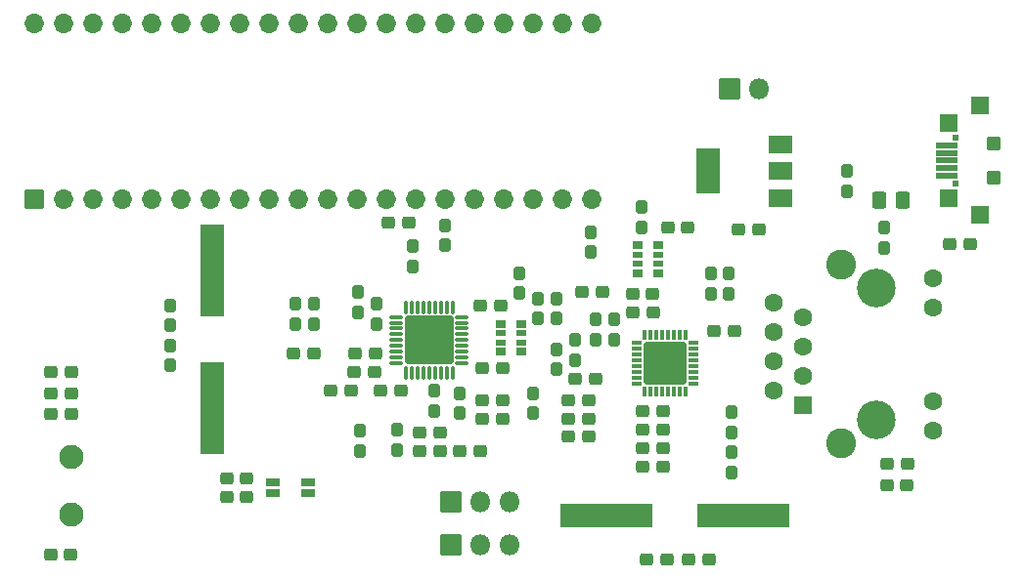
<source format=gts>
G04 #@! TF.GenerationSoftware,KiCad,Pcbnew,8.0.4*
G04 #@! TF.CreationDate,2024-09-14T16:47:45+09:00*
G04 #@! TF.ProjectId,100base-t1-converter,31303062-6173-4652-9d74-312d636f6e76,rev?*
G04 #@! TF.SameCoordinates,Original*
G04 #@! TF.FileFunction,Soldermask,Top*
G04 #@! TF.FilePolarity,Negative*
%FSLAX46Y46*%
G04 Gerber Fmt 4.6, Leading zero omitted, Abs format (unit mm)*
G04 Created by KiCad (PCBNEW 8.0.4) date 2024-09-14 16:47:45*
%MOMM*%
%LPD*%
G01*
G04 APERTURE LIST*
G04 Aperture macros list*
%AMRoundRect*
0 Rectangle with rounded corners*
0 $1 Rounding radius*
0 $2 $3 $4 $5 $6 $7 $8 $9 X,Y pos of 4 corners*
0 Add a 4 corners polygon primitive as box body*
4,1,4,$2,$3,$4,$5,$6,$7,$8,$9,$2,$3,0*
0 Add four circle primitives for the rounded corners*
1,1,$1+$1,$2,$3*
1,1,$1+$1,$4,$5*
1,1,$1+$1,$6,$7*
1,1,$1+$1,$8,$9*
0 Add four rect primitives between the rounded corners*
20,1,$1+$1,$2,$3,$4,$5,0*
20,1,$1+$1,$4,$5,$6,$7,0*
20,1,$1+$1,$6,$7,$8,$9,0*
20,1,$1+$1,$8,$9,$2,$3,0*%
G04 Aperture macros list end*
%ADD10C,1.602000*%
%ADD11C,2.602000*%
%ADD12RoundRect,0.267534X0.533466X-0.533466X0.533466X0.533466X-0.533466X0.533466X-0.533466X-0.533466X0*%
%ADD13C,3.352000*%
%ADD14RoundRect,0.263000X0.263000X-0.313000X0.263000X0.313000X-0.263000X0.313000X-0.263000X-0.313000X0*%
%ADD15RoundRect,0.263000X-0.313000X-0.263000X0.313000X-0.263000X0.313000X0.263000X-0.313000X0.263000X0*%
%ADD16RoundRect,0.263000X-0.263000X0.313000X-0.263000X-0.313000X0.263000X-0.313000X0.263000X0.313000X0*%
%ADD17RoundRect,0.263000X0.313000X0.263000X-0.313000X0.263000X-0.313000X-0.263000X0.313000X-0.263000X0*%
%ADD18RoundRect,0.272174X-0.353826X-0.478826X0.353826X-0.478826X0.353826X0.478826X-0.353826X0.478826X0*%
%ADD19RoundRect,0.051000X0.525000X-0.300000X0.525000X0.300000X-0.525000X0.300000X-0.525000X-0.300000X0*%
%ADD20C,2.102000*%
%ADD21O,1.802000X1.802000*%
%ADD22RoundRect,0.051000X0.850000X-0.850000X0.850000X0.850000X-0.850000X0.850000X-0.850000X-0.850000X0*%
%ADD23C,0.602000*%
%ADD24RoundRect,0.051000X0.900000X-0.200000X0.900000X0.200000X-0.900000X0.200000X-0.900000X-0.200000X0*%
%ADD25RoundRect,0.051000X0.700000X-0.750000X0.700000X0.750000X-0.700000X0.750000X-0.700000X-0.750000X0*%
%ADD26RoundRect,0.051000X0.750000X-0.675000X0.750000X0.675000X-0.750000X0.675000X-0.750000X-0.675000X0*%
%ADD27RoundRect,0.051000X0.500000X-0.550000X0.500000X0.550000X-0.500000X0.550000X-0.500000X-0.550000X0*%
%ADD28RoundRect,0.051000X1.000000X1.900000X-1.000000X1.900000X-1.000000X-1.900000X1.000000X-1.900000X0*%
%ADD29RoundRect,0.051000X1.000000X0.750000X-1.000000X0.750000X-1.000000X-0.750000X1.000000X-0.750000X0*%
%ADD30RoundRect,0.256221X-1.844779X-1.844779X1.844779X-1.844779X1.844779X1.844779X-1.844779X1.844779X0*%
%ADD31RoundRect,0.088000X-0.500500X-0.088000X0.500500X-0.088000X0.500500X0.088000X-0.500500X0.088000X0*%
%ADD32RoundRect,0.088000X-0.088000X-0.500500X0.088000X-0.500500X0.088000X0.500500X-0.088000X0.500500X0*%
%ADD33RoundRect,0.051000X0.800000X-0.800000X0.800000X0.800000X-0.800000X0.800000X-0.800000X-0.800000X0*%
%ADD34O,1.702000X1.702000*%
%ADD35RoundRect,0.257082X1.593918X1.593918X-1.593918X1.593918X-1.593918X-1.593918X1.593918X-1.593918X0*%
%ADD36RoundRect,0.088000X0.363000X0.088000X-0.363000X0.088000X-0.363000X-0.088000X0.363000X-0.088000X0*%
%ADD37RoundRect,0.088000X0.088000X0.363000X-0.088000X0.363000X-0.088000X-0.363000X0.088000X-0.363000X0*%
%ADD38RoundRect,0.051000X-1.000000X3.937500X-1.000000X-3.937500X1.000000X-3.937500X1.000000X3.937500X0*%
%ADD39RoundRect,0.051000X-3.937500X-1.000000X3.937500X-1.000000X3.937500X1.000000X-3.937500X1.000000X0*%
%ADD40RoundRect,0.051000X0.400000X0.250000X-0.400000X0.250000X-0.400000X-0.250000X0.400000X-0.250000X0*%
%ADD41RoundRect,0.051000X0.400000X0.200000X-0.400000X0.200000X-0.400000X-0.200000X0.400000X-0.200000X0*%
G04 APERTURE END LIST*
D10*
G04 #@! TO.C,J5*
X246210000Y-98155000D03*
X246210000Y-95615000D03*
X246210000Y-106325000D03*
X246210000Y-108865000D03*
D11*
X238260000Y-94495000D03*
D10*
X232410000Y-97800000D03*
D11*
X238260000Y-109985000D03*
D10*
X234950000Y-99060000D03*
X232410000Y-100340000D03*
X234950000Y-101600000D03*
X232410000Y-102880000D03*
X234950000Y-104140000D03*
X232410000Y-105420000D03*
D12*
X234950000Y-106680000D03*
D13*
X241310000Y-107955000D03*
X241310000Y-96525000D03*
G04 #@! TD*
D14*
G04 #@! TO.C,R4*
X213600000Y-99150000D03*
X213600000Y-97400000D03*
G04 #@! TD*
D15*
G04 #@! TO.C,C21*
X220250000Y-98600000D03*
X222000000Y-98600000D03*
G04 #@! TD*
D16*
G04 #@! TO.C,C19*
X227000000Y-97000000D03*
X227000000Y-95250000D03*
G04 #@! TD*
D14*
G04 #@! TO.C,C1*
X238760000Y-88110000D03*
X238760000Y-86360000D03*
G04 #@! TD*
D15*
G04 #@! TO.C,C2*
X229390000Y-91440000D03*
X231140000Y-91440000D03*
G04 #@! TD*
D14*
G04 #@! TO.C,C3*
X198000000Y-97850000D03*
X198000000Y-99600000D03*
G04 #@! TD*
D17*
G04 #@! TO.C,C4*
X208950000Y-106200000D03*
X207200000Y-106200000D03*
G04 #@! TD*
D15*
G04 #@! TO.C,C5*
X196125000Y-103800000D03*
X197875000Y-103800000D03*
G04 #@! TD*
G04 #@! TO.C,C6*
X197950000Y-102200000D03*
X196200000Y-102200000D03*
G04 #@! TD*
D17*
G04 #@! TO.C,C7*
X207200000Y-103400000D03*
X208950000Y-103400000D03*
G04 #@! TD*
D15*
G04 #@! TO.C,C8*
X207050000Y-98000000D03*
X208800000Y-98000000D03*
G04 #@! TD*
G04 #@! TO.C,C9*
X203550000Y-109000000D03*
X201800000Y-109000000D03*
G04 #@! TD*
G04 #@! TO.C,C10*
X201800000Y-110600000D03*
X203550000Y-110600000D03*
G04 #@! TD*
D14*
G04 #@! TO.C,C11*
X203000000Y-107150000D03*
X203000000Y-105400000D03*
G04 #@! TD*
D17*
G04 #@! TO.C,C12*
X200150000Y-105400000D03*
X198400000Y-105400000D03*
G04 #@! TD*
D16*
G04 #@! TO.C,C13*
X180200000Y-101450000D03*
X180200000Y-103200000D03*
G04 #@! TD*
D14*
G04 #@! TO.C,C14*
X180200000Y-98000000D03*
X180200000Y-99750000D03*
G04 #@! TD*
D15*
G04 #@! TO.C,C15*
X186800000Y-113000000D03*
X185050000Y-113000000D03*
G04 #@! TD*
D17*
G04 #@! TO.C,C16*
X186800000Y-114600000D03*
X185050000Y-114600000D03*
G04 #@! TD*
D15*
G04 #@! TO.C,C17*
X169850000Y-103800000D03*
X171600000Y-103800000D03*
G04 #@! TD*
G04 #@! TO.C,C18*
X222800000Y-110400000D03*
X221050000Y-110400000D03*
G04 #@! TD*
D16*
G04 #@! TO.C,C20*
X228500000Y-95250000D03*
X228500000Y-97000000D03*
G04 #@! TD*
D17*
G04 #@! TO.C,C22*
X216400000Y-107800000D03*
X214650000Y-107800000D03*
G04 #@! TD*
D15*
G04 #@! TO.C,C23*
X221050000Y-108800000D03*
X222800000Y-108800000D03*
G04 #@! TD*
G04 #@! TO.C,C24*
X221050000Y-107200000D03*
X222800000Y-107200000D03*
G04 #@! TD*
D16*
G04 #@! TO.C,C25*
X228750000Y-107250000D03*
X228750000Y-109000000D03*
G04 #@! TD*
D17*
G04 #@! TO.C,C26*
X221400000Y-120000000D03*
X223150000Y-120000000D03*
G04 #@! TD*
D15*
G04 #@! TO.C,C27*
X225050000Y-120000000D03*
X226800000Y-120000000D03*
G04 #@! TD*
D18*
G04 #@! TO.C,F1*
X241545000Y-88900000D03*
X243595000Y-88900000D03*
G04 #@! TD*
D17*
G04 #@! TO.C,FB1*
X194050000Y-105400000D03*
X195800000Y-105400000D03*
G04 #@! TD*
G04 #@! TO.C,FB2*
X192600000Y-102200000D03*
X190850000Y-102200000D03*
G04 #@! TD*
D15*
G04 #@! TO.C,FB3*
X207200000Y-107800000D03*
X208950000Y-107800000D03*
G04 #@! TD*
D14*
G04 #@! TO.C,FB4*
X199800000Y-110550000D03*
X199800000Y-108800000D03*
G04 #@! TD*
D17*
G04 #@! TO.C,FB5*
X221050000Y-112000000D03*
X222800000Y-112000000D03*
G04 #@! TD*
D19*
G04 #@! TO.C,FL1*
X189075000Y-114300000D03*
X192125000Y-114300000D03*
X189075000Y-113300000D03*
X192125000Y-113300000D03*
G04 #@! TD*
D20*
G04 #@! TO.C,J1*
X171600000Y-111100000D03*
X171600000Y-116100000D03*
G04 #@! TD*
D21*
G04 #@! TO.C,J2*
X209540000Y-118800000D03*
X207000000Y-118800000D03*
D22*
X204460000Y-118800000D03*
G04 #@! TD*
G04 #@! TO.C,J3*
X204460000Y-115000000D03*
D21*
X207000000Y-115000000D03*
X209540000Y-115000000D03*
G04 #@! TD*
D22*
G04 #@! TO.C,J4*
X228600000Y-79200000D03*
D21*
X231140000Y-79200000D03*
G04 #@! TD*
D23*
G04 #@! TO.C,J6*
X248120000Y-83420000D03*
D24*
X247400000Y-84120000D03*
D25*
X247570000Y-88670000D03*
X247570000Y-82170000D03*
D26*
X250270000Y-90170000D03*
X250270000Y-80670000D03*
D27*
X251420000Y-83920000D03*
X251420000Y-86920000D03*
D24*
X247400000Y-84770000D03*
X247400000Y-85420000D03*
X247400000Y-86070000D03*
X247400000Y-86720000D03*
D23*
X248120000Y-87420000D03*
G04 #@! TD*
D16*
G04 #@! TO.C,R1*
X204000000Y-92800000D03*
X204000000Y-91050000D03*
G04 #@! TD*
D15*
G04 #@! TO.C,R2*
X199050000Y-90800000D03*
X200800000Y-90800000D03*
G04 #@! TD*
D14*
G04 #@! TO.C,R3*
X215200000Y-102750000D03*
X215200000Y-101000000D03*
G04 #@! TD*
G04 #@! TO.C,R5*
X212000000Y-97400000D03*
X212000000Y-99150000D03*
G04 #@! TD*
G04 #@! TO.C,R6*
X213600000Y-103550000D03*
X213600000Y-101800000D03*
G04 #@! TD*
G04 #@! TO.C,R7*
X218600000Y-100950000D03*
X218600000Y-99200000D03*
G04 #@! TD*
G04 #@! TO.C,R8*
X217000000Y-99200000D03*
X217000000Y-100950000D03*
G04 #@! TD*
G04 #@! TO.C,R9*
X201200000Y-92850000D03*
X201200000Y-94600000D03*
G04 #@! TD*
D15*
G04 #@! TO.C,R10*
X214650000Y-106200000D03*
X216400000Y-106200000D03*
G04 #@! TD*
D17*
G04 #@! TO.C,R11*
X207000000Y-110600000D03*
X205250000Y-110600000D03*
G04 #@! TD*
D14*
G04 #@! TO.C,R12*
X196400000Y-98600000D03*
X196400000Y-96850000D03*
G04 #@! TD*
D15*
G04 #@! TO.C,R13*
X215250000Y-104400000D03*
X217000000Y-104400000D03*
G04 #@! TD*
D16*
G04 #@! TO.C,R14*
X205200000Y-105600000D03*
X205200000Y-107350000D03*
G04 #@! TD*
D14*
G04 #@! TO.C,R15*
X191000000Y-97850000D03*
X191000000Y-99600000D03*
G04 #@! TD*
D16*
G04 #@! TO.C,R16*
X192600000Y-97850000D03*
X192600000Y-99600000D03*
G04 #@! TD*
G04 #@! TO.C,R17*
X196600000Y-110600000D03*
X196600000Y-108850000D03*
G04 #@! TD*
D17*
G04 #@! TO.C,R18*
X171600000Y-105600000D03*
X169850000Y-105600000D03*
G04 #@! TD*
D15*
G04 #@! TO.C,R19*
X169800000Y-119600000D03*
X171550000Y-119600000D03*
G04 #@! TD*
G04 #@! TO.C,R20*
X171600000Y-107400000D03*
X169850000Y-107400000D03*
G04 #@! TD*
D17*
G04 #@! TO.C,R21*
X249400000Y-92710000D03*
X247650000Y-92710000D03*
G04 #@! TD*
D14*
G04 #@! TO.C,R22*
X242000000Y-91250000D03*
X242000000Y-93000000D03*
G04 #@! TD*
D15*
G04 #@! TO.C,R23*
X244000000Y-111760000D03*
X242250000Y-111760000D03*
G04 #@! TD*
D14*
G04 #@! TO.C,R24*
X228750000Y-110750000D03*
X228750000Y-112500000D03*
G04 #@! TD*
D17*
G04 #@! TO.C,R25*
X243950000Y-113600000D03*
X242200000Y-113600000D03*
G04 #@! TD*
G04 #@! TO.C,R26*
X216400000Y-109400000D03*
X214650000Y-109400000D03*
G04 #@! TD*
D15*
G04 #@! TO.C,R27*
X220200000Y-97000000D03*
X221950000Y-97000000D03*
G04 #@! TD*
G04 #@! TO.C,R28*
X217600000Y-96800000D03*
X215850000Y-96800000D03*
G04 #@! TD*
D14*
G04 #@! TO.C,R29*
X211600000Y-105600000D03*
X211600000Y-107350000D03*
G04 #@! TD*
D16*
G04 #@! TO.C,R30*
X216600000Y-91650000D03*
X216600000Y-93400000D03*
G04 #@! TD*
G04 #@! TO.C,R31*
X221000000Y-91200000D03*
X221000000Y-89450000D03*
G04 #@! TD*
D14*
G04 #@! TO.C,R32*
X210400000Y-95200000D03*
X210400000Y-96950000D03*
G04 #@! TD*
D15*
G04 #@! TO.C,R33*
X225000000Y-91200000D03*
X223250000Y-91200000D03*
G04 #@! TD*
D28*
G04 #@! TO.C,U1*
X226720000Y-86360000D03*
D29*
X233020000Y-86360000D03*
X233020000Y-84060000D03*
X233020000Y-88660000D03*
G04 #@! TD*
D30*
G04 #@! TO.C,U2*
X202600000Y-101000000D03*
D31*
X199762500Y-99000000D03*
X199762500Y-99500000D03*
X199762500Y-100000000D03*
X199762500Y-100500000D03*
X199762500Y-101000000D03*
X199762500Y-101500000D03*
X199762500Y-102000000D03*
X199762500Y-102500000D03*
X199762500Y-103000000D03*
D32*
X200600000Y-103837500D03*
X201100000Y-103837500D03*
X201600000Y-103837500D03*
X202100000Y-103837500D03*
X202600000Y-103837500D03*
X203100000Y-103837500D03*
X203600000Y-103837500D03*
X204100000Y-103837500D03*
X204600000Y-103837500D03*
D31*
X205437500Y-103000000D03*
X205437500Y-102500000D03*
X205437500Y-102000000D03*
X205437500Y-101500000D03*
X205437500Y-101000000D03*
X205437500Y-100500000D03*
X205437500Y-100000000D03*
X205437500Y-99500000D03*
X205437500Y-99000000D03*
D32*
X204600000Y-98162500D03*
X204100000Y-98162500D03*
X203600000Y-98162500D03*
X203100000Y-98162500D03*
X202600000Y-98162500D03*
X202100000Y-98162500D03*
X201600000Y-98162500D03*
X201100000Y-98162500D03*
X200600000Y-98162500D03*
G04 #@! TD*
D33*
G04 #@! TO.C,U3*
X168400000Y-88800000D03*
D34*
X216660000Y-73560000D03*
X170940000Y-88800000D03*
X214120000Y-73560000D03*
X173480000Y-88800000D03*
X211580000Y-73560000D03*
X176020000Y-88800000D03*
X209040000Y-73560000D03*
X178560000Y-88800000D03*
X206500000Y-73560000D03*
X181100000Y-88800000D03*
X203960000Y-73560000D03*
X183640000Y-88800000D03*
X201420000Y-73560000D03*
X186180000Y-88800000D03*
X198880000Y-73560000D03*
X188720000Y-88800000D03*
X196340000Y-73560000D03*
X191260000Y-88800000D03*
X193800000Y-73560000D03*
X193800000Y-88800000D03*
X191260000Y-73560000D03*
X196340000Y-88800000D03*
X188720000Y-73560000D03*
X198880000Y-88800000D03*
X186180000Y-73560000D03*
X201420000Y-88800000D03*
X183640000Y-73560000D03*
X203960000Y-88800000D03*
X181100000Y-73560000D03*
X206500000Y-88800000D03*
X178560000Y-73560000D03*
X209040000Y-88800000D03*
X176020000Y-73560000D03*
X211580000Y-88800000D03*
X173480000Y-73560000D03*
X214120000Y-88800000D03*
X170940000Y-73560000D03*
X216660000Y-88800000D03*
X168400000Y-73560000D03*
G04 #@! TD*
D35*
G04 #@! TO.C,U4*
X223000000Y-103000000D03*
D36*
X225450000Y-104750000D03*
X225450000Y-104250000D03*
X225450000Y-103750000D03*
X225450000Y-103250000D03*
X225450000Y-102750000D03*
X225450000Y-102250000D03*
X225450000Y-101750000D03*
X225450000Y-101250000D03*
D37*
X224750000Y-100550000D03*
X224250000Y-100550000D03*
X223750000Y-100550000D03*
X223250000Y-100550000D03*
X222750000Y-100550000D03*
X222250000Y-100550000D03*
X221750000Y-100550000D03*
X221250000Y-100550000D03*
D36*
X220550000Y-101250000D03*
X220550000Y-101750000D03*
X220550000Y-102250000D03*
X220550000Y-102750000D03*
X220550000Y-103250000D03*
X220550000Y-103750000D03*
X220550000Y-104250000D03*
X220550000Y-104750000D03*
D37*
X221250000Y-105450000D03*
X221750000Y-105450000D03*
X222250000Y-105450000D03*
X222750000Y-105450000D03*
X223250000Y-105450000D03*
X223750000Y-105450000D03*
X224250000Y-105450000D03*
X224750000Y-105450000D03*
G04 #@! TD*
D38*
G04 #@! TO.C,Y1*
X183800000Y-106875000D03*
X183800000Y-95000000D03*
G04 #@! TD*
D39*
G04 #@! TO.C,Y2*
X217925000Y-116200000D03*
X229800000Y-116200000D03*
G04 #@! TD*
D15*
G04 #@! TO.C,C28*
X227250000Y-100250000D03*
X229000000Y-100250000D03*
G04 #@! TD*
D40*
G04 #@! TO.C,RN1*
X208800000Y-99600000D03*
D41*
X208800000Y-100400000D03*
D40*
X208800000Y-102000000D03*
D41*
X208800000Y-101200000D03*
D40*
X210600000Y-99600000D03*
D41*
X210600000Y-101200000D03*
X210600000Y-100400000D03*
D40*
X210600000Y-102000000D03*
G04 #@! TD*
G04 #@! TO.C,RN2*
X220600000Y-92800000D03*
D41*
X220600000Y-93600000D03*
D40*
X220600000Y-95200000D03*
D41*
X220600000Y-94400000D03*
D40*
X222400000Y-92800000D03*
D41*
X222400000Y-94400000D03*
X222400000Y-93600000D03*
D40*
X222400000Y-95200000D03*
G04 #@! TD*
M02*

</source>
